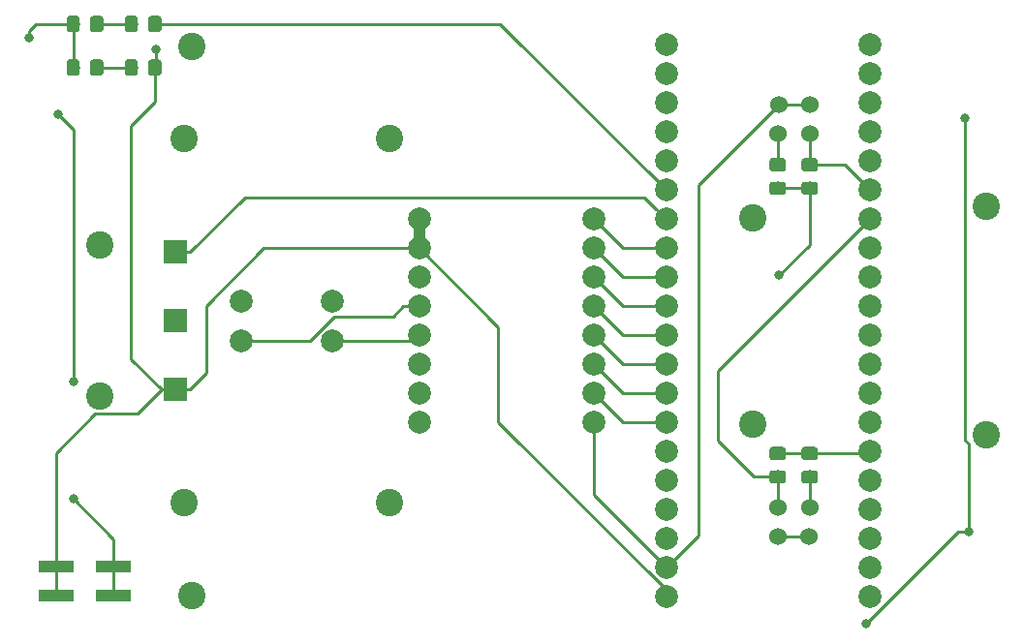
<source format=gbr>
G04 #@! TF.GenerationSoftware,KiCad,Pcbnew,(5.1.2)-2*
G04 #@! TF.CreationDate,2019-10-29T07:50:01+01:00*
G04 #@! TF.ProjectId,Alphabot2.0,416c7068-6162-46f7-9432-2e302e6b6963,1.0*
G04 #@! TF.SameCoordinates,Original*
G04 #@! TF.FileFunction,Copper,L1,Top*
G04 #@! TF.FilePolarity,Positive*
%FSLAX46Y46*%
G04 Gerber Fmt 4.6, Leading zero omitted, Abs format (unit mm)*
G04 Created by KiCad (PCBNEW (5.1.2)-2) date 2019-10-29 07:50:01*
%MOMM*%
%LPD*%
G04 APERTURE LIST*
%ADD10C,2.400000*%
%ADD11C,2.000000*%
%ADD12R,3.150000X1.000000*%
%ADD13C,1.524000*%
%ADD14R,2.000000X2.000000*%
%ADD15C,0.100000*%
%ADD16C,1.150000*%
%ADD17C,0.800000*%
%ADD18C,0.250000*%
%ADD19C,1.000000*%
G04 APERTURE END LIST*
D10*
X157405000Y-108620000D03*
X108405000Y-75620000D03*
X157405000Y-90620000D03*
X108405000Y-123620000D03*
D11*
X167650000Y-75490000D03*
X167650000Y-78030000D03*
X167650000Y-80570000D03*
X167650000Y-83110000D03*
X167650000Y-85650000D03*
X167650000Y-88190000D03*
X167650000Y-90730000D03*
X167650000Y-93270000D03*
X167650000Y-95810000D03*
X167650000Y-98350000D03*
X167650000Y-100890000D03*
X167650000Y-103430000D03*
X167650000Y-105970000D03*
X167650000Y-108510000D03*
X167650000Y-111050000D03*
X167650000Y-113590000D03*
X167650000Y-116130000D03*
X167650000Y-118670000D03*
X167650000Y-121210000D03*
X167650000Y-123750000D03*
X149870000Y-123750000D03*
X149870000Y-121210000D03*
X149870000Y-118670000D03*
X149870000Y-116130000D03*
X149870000Y-113590000D03*
X149870000Y-111050000D03*
X149870000Y-108510000D03*
X149870000Y-105970000D03*
X149870000Y-103430000D03*
X149870000Y-100890000D03*
X149870000Y-98350000D03*
X149870000Y-95810000D03*
X149870000Y-93270000D03*
X149870000Y-90730000D03*
X149870000Y-88190000D03*
X149870000Y-85650000D03*
X149870000Y-83110000D03*
X149870000Y-80570000D03*
X149870000Y-78030000D03*
X149870000Y-75490000D03*
D12*
X101585000Y-123675000D03*
X96535000Y-123675000D03*
X101585000Y-121135000D03*
X96535000Y-121135000D03*
D13*
X159602940Y-115968560D03*
X159602940Y-118508560D03*
X162322940Y-118508560D03*
X162402940Y-115968560D03*
X162400000Y-83270000D03*
X162400000Y-80730000D03*
X159680000Y-80730000D03*
X159600000Y-83270000D03*
D10*
X177810000Y-109620000D03*
X177810000Y-89620000D03*
X100340000Y-106215000D03*
X100340000Y-93025000D03*
D11*
X143510000Y-90730000D03*
X143510000Y-93270000D03*
X143510000Y-95810000D03*
X143510000Y-98350000D03*
X143510000Y-100890000D03*
X143510000Y-103430000D03*
X143510000Y-105970000D03*
X128270000Y-108510000D03*
X128270000Y-105970000D03*
X128270000Y-103430000D03*
X128270000Y-100890000D03*
X128270000Y-98350000D03*
X128270000Y-95810000D03*
X128270000Y-93270000D03*
X143510000Y-108510000D03*
X128270000Y-90730000D03*
D10*
X125710000Y-115550000D03*
X107710000Y-115550000D03*
D11*
X120710000Y-101340000D03*
X112710000Y-101340000D03*
D10*
X107710000Y-83690000D03*
X125710000Y-83690000D03*
D11*
X112710000Y-97900000D03*
X120710000Y-97900000D03*
D14*
X107000000Y-93620000D03*
X107000000Y-105620000D03*
X107000000Y-99620000D03*
D15*
G36*
X105514505Y-72961204D02*
G01*
X105538773Y-72964804D01*
X105562572Y-72970765D01*
X105585671Y-72979030D01*
X105607850Y-72989520D01*
X105628893Y-73002132D01*
X105648599Y-73016747D01*
X105666777Y-73033223D01*
X105683253Y-73051401D01*
X105697868Y-73071107D01*
X105710480Y-73092150D01*
X105720970Y-73114329D01*
X105729235Y-73137428D01*
X105735196Y-73161227D01*
X105738796Y-73185495D01*
X105740000Y-73209999D01*
X105740000Y-74110001D01*
X105738796Y-74134505D01*
X105735196Y-74158773D01*
X105729235Y-74182572D01*
X105720970Y-74205671D01*
X105710480Y-74227850D01*
X105697868Y-74248893D01*
X105683253Y-74268599D01*
X105666777Y-74286777D01*
X105648599Y-74303253D01*
X105628893Y-74317868D01*
X105607850Y-74330480D01*
X105585671Y-74340970D01*
X105562572Y-74349235D01*
X105538773Y-74355196D01*
X105514505Y-74358796D01*
X105490001Y-74360000D01*
X104839999Y-74360000D01*
X104815495Y-74358796D01*
X104791227Y-74355196D01*
X104767428Y-74349235D01*
X104744329Y-74340970D01*
X104722150Y-74330480D01*
X104701107Y-74317868D01*
X104681401Y-74303253D01*
X104663223Y-74286777D01*
X104646747Y-74268599D01*
X104632132Y-74248893D01*
X104619520Y-74227850D01*
X104609030Y-74205671D01*
X104600765Y-74182572D01*
X104594804Y-74158773D01*
X104591204Y-74134505D01*
X104590000Y-74110001D01*
X104590000Y-73209999D01*
X104591204Y-73185495D01*
X104594804Y-73161227D01*
X104600765Y-73137428D01*
X104609030Y-73114329D01*
X104619520Y-73092150D01*
X104632132Y-73071107D01*
X104646747Y-73051401D01*
X104663223Y-73033223D01*
X104681401Y-73016747D01*
X104701107Y-73002132D01*
X104722150Y-72989520D01*
X104744329Y-72979030D01*
X104767428Y-72970765D01*
X104791227Y-72964804D01*
X104815495Y-72961204D01*
X104839999Y-72960000D01*
X105490001Y-72960000D01*
X105514505Y-72961204D01*
X105514505Y-72961204D01*
G37*
D16*
X105165000Y-73660000D03*
D15*
G36*
X103464505Y-72961204D02*
G01*
X103488773Y-72964804D01*
X103512572Y-72970765D01*
X103535671Y-72979030D01*
X103557850Y-72989520D01*
X103578893Y-73002132D01*
X103598599Y-73016747D01*
X103616777Y-73033223D01*
X103633253Y-73051401D01*
X103647868Y-73071107D01*
X103660480Y-73092150D01*
X103670970Y-73114329D01*
X103679235Y-73137428D01*
X103685196Y-73161227D01*
X103688796Y-73185495D01*
X103690000Y-73209999D01*
X103690000Y-74110001D01*
X103688796Y-74134505D01*
X103685196Y-74158773D01*
X103679235Y-74182572D01*
X103670970Y-74205671D01*
X103660480Y-74227850D01*
X103647868Y-74248893D01*
X103633253Y-74268599D01*
X103616777Y-74286777D01*
X103598599Y-74303253D01*
X103578893Y-74317868D01*
X103557850Y-74330480D01*
X103535671Y-74340970D01*
X103512572Y-74349235D01*
X103488773Y-74355196D01*
X103464505Y-74358796D01*
X103440001Y-74360000D01*
X102789999Y-74360000D01*
X102765495Y-74358796D01*
X102741227Y-74355196D01*
X102717428Y-74349235D01*
X102694329Y-74340970D01*
X102672150Y-74330480D01*
X102651107Y-74317868D01*
X102631401Y-74303253D01*
X102613223Y-74286777D01*
X102596747Y-74268599D01*
X102582132Y-74248893D01*
X102569520Y-74227850D01*
X102559030Y-74205671D01*
X102550765Y-74182572D01*
X102544804Y-74158773D01*
X102541204Y-74134505D01*
X102540000Y-74110001D01*
X102540000Y-73209999D01*
X102541204Y-73185495D01*
X102544804Y-73161227D01*
X102550765Y-73137428D01*
X102559030Y-73114329D01*
X102569520Y-73092150D01*
X102582132Y-73071107D01*
X102596747Y-73051401D01*
X102613223Y-73033223D01*
X102631401Y-73016747D01*
X102651107Y-73002132D01*
X102672150Y-72989520D01*
X102694329Y-72979030D01*
X102717428Y-72970765D01*
X102741227Y-72964804D01*
X102765495Y-72961204D01*
X102789999Y-72960000D01*
X103440001Y-72960000D01*
X103464505Y-72961204D01*
X103464505Y-72961204D01*
G37*
D16*
X103115000Y-73660000D03*
D15*
G36*
X103464505Y-76771204D02*
G01*
X103488773Y-76774804D01*
X103512572Y-76780765D01*
X103535671Y-76789030D01*
X103557850Y-76799520D01*
X103578893Y-76812132D01*
X103598599Y-76826747D01*
X103616777Y-76843223D01*
X103633253Y-76861401D01*
X103647868Y-76881107D01*
X103660480Y-76902150D01*
X103670970Y-76924329D01*
X103679235Y-76947428D01*
X103685196Y-76971227D01*
X103688796Y-76995495D01*
X103690000Y-77019999D01*
X103690000Y-77920001D01*
X103688796Y-77944505D01*
X103685196Y-77968773D01*
X103679235Y-77992572D01*
X103670970Y-78015671D01*
X103660480Y-78037850D01*
X103647868Y-78058893D01*
X103633253Y-78078599D01*
X103616777Y-78096777D01*
X103598599Y-78113253D01*
X103578893Y-78127868D01*
X103557850Y-78140480D01*
X103535671Y-78150970D01*
X103512572Y-78159235D01*
X103488773Y-78165196D01*
X103464505Y-78168796D01*
X103440001Y-78170000D01*
X102789999Y-78170000D01*
X102765495Y-78168796D01*
X102741227Y-78165196D01*
X102717428Y-78159235D01*
X102694329Y-78150970D01*
X102672150Y-78140480D01*
X102651107Y-78127868D01*
X102631401Y-78113253D01*
X102613223Y-78096777D01*
X102596747Y-78078599D01*
X102582132Y-78058893D01*
X102569520Y-78037850D01*
X102559030Y-78015671D01*
X102550765Y-77992572D01*
X102544804Y-77968773D01*
X102541204Y-77944505D01*
X102540000Y-77920001D01*
X102540000Y-77019999D01*
X102541204Y-76995495D01*
X102544804Y-76971227D01*
X102550765Y-76947428D01*
X102559030Y-76924329D01*
X102569520Y-76902150D01*
X102582132Y-76881107D01*
X102596747Y-76861401D01*
X102613223Y-76843223D01*
X102631401Y-76826747D01*
X102651107Y-76812132D01*
X102672150Y-76799520D01*
X102694329Y-76789030D01*
X102717428Y-76780765D01*
X102741227Y-76774804D01*
X102765495Y-76771204D01*
X102789999Y-76770000D01*
X103440001Y-76770000D01*
X103464505Y-76771204D01*
X103464505Y-76771204D01*
G37*
D16*
X103115000Y-77470000D03*
D15*
G36*
X105514505Y-76771204D02*
G01*
X105538773Y-76774804D01*
X105562572Y-76780765D01*
X105585671Y-76789030D01*
X105607850Y-76799520D01*
X105628893Y-76812132D01*
X105648599Y-76826747D01*
X105666777Y-76843223D01*
X105683253Y-76861401D01*
X105697868Y-76881107D01*
X105710480Y-76902150D01*
X105720970Y-76924329D01*
X105729235Y-76947428D01*
X105735196Y-76971227D01*
X105738796Y-76995495D01*
X105740000Y-77019999D01*
X105740000Y-77920001D01*
X105738796Y-77944505D01*
X105735196Y-77968773D01*
X105729235Y-77992572D01*
X105720970Y-78015671D01*
X105710480Y-78037850D01*
X105697868Y-78058893D01*
X105683253Y-78078599D01*
X105666777Y-78096777D01*
X105648599Y-78113253D01*
X105628893Y-78127868D01*
X105607850Y-78140480D01*
X105585671Y-78150970D01*
X105562572Y-78159235D01*
X105538773Y-78165196D01*
X105514505Y-78168796D01*
X105490001Y-78170000D01*
X104839999Y-78170000D01*
X104815495Y-78168796D01*
X104791227Y-78165196D01*
X104767428Y-78159235D01*
X104744329Y-78150970D01*
X104722150Y-78140480D01*
X104701107Y-78127868D01*
X104681401Y-78113253D01*
X104663223Y-78096777D01*
X104646747Y-78078599D01*
X104632132Y-78058893D01*
X104619520Y-78037850D01*
X104609030Y-78015671D01*
X104600765Y-77992572D01*
X104594804Y-77968773D01*
X104591204Y-77944505D01*
X104590000Y-77920001D01*
X104590000Y-77019999D01*
X104591204Y-76995495D01*
X104594804Y-76971227D01*
X104600765Y-76947428D01*
X104609030Y-76924329D01*
X104619520Y-76902150D01*
X104632132Y-76881107D01*
X104646747Y-76861401D01*
X104663223Y-76843223D01*
X104681401Y-76826747D01*
X104701107Y-76812132D01*
X104722150Y-76799520D01*
X104744329Y-76789030D01*
X104767428Y-76780765D01*
X104791227Y-76774804D01*
X104815495Y-76771204D01*
X104839999Y-76770000D01*
X105490001Y-76770000D01*
X105514505Y-76771204D01*
X105514505Y-76771204D01*
G37*
D16*
X105165000Y-77470000D03*
D15*
G36*
X98384505Y-72961204D02*
G01*
X98408773Y-72964804D01*
X98432572Y-72970765D01*
X98455671Y-72979030D01*
X98477850Y-72989520D01*
X98498893Y-73002132D01*
X98518599Y-73016747D01*
X98536777Y-73033223D01*
X98553253Y-73051401D01*
X98567868Y-73071107D01*
X98580480Y-73092150D01*
X98590970Y-73114329D01*
X98599235Y-73137428D01*
X98605196Y-73161227D01*
X98608796Y-73185495D01*
X98610000Y-73209999D01*
X98610000Y-74110001D01*
X98608796Y-74134505D01*
X98605196Y-74158773D01*
X98599235Y-74182572D01*
X98590970Y-74205671D01*
X98580480Y-74227850D01*
X98567868Y-74248893D01*
X98553253Y-74268599D01*
X98536777Y-74286777D01*
X98518599Y-74303253D01*
X98498893Y-74317868D01*
X98477850Y-74330480D01*
X98455671Y-74340970D01*
X98432572Y-74349235D01*
X98408773Y-74355196D01*
X98384505Y-74358796D01*
X98360001Y-74360000D01*
X97709999Y-74360000D01*
X97685495Y-74358796D01*
X97661227Y-74355196D01*
X97637428Y-74349235D01*
X97614329Y-74340970D01*
X97592150Y-74330480D01*
X97571107Y-74317868D01*
X97551401Y-74303253D01*
X97533223Y-74286777D01*
X97516747Y-74268599D01*
X97502132Y-74248893D01*
X97489520Y-74227850D01*
X97479030Y-74205671D01*
X97470765Y-74182572D01*
X97464804Y-74158773D01*
X97461204Y-74134505D01*
X97460000Y-74110001D01*
X97460000Y-73209999D01*
X97461204Y-73185495D01*
X97464804Y-73161227D01*
X97470765Y-73137428D01*
X97479030Y-73114329D01*
X97489520Y-73092150D01*
X97502132Y-73071107D01*
X97516747Y-73051401D01*
X97533223Y-73033223D01*
X97551401Y-73016747D01*
X97571107Y-73002132D01*
X97592150Y-72989520D01*
X97614329Y-72979030D01*
X97637428Y-72970765D01*
X97661227Y-72964804D01*
X97685495Y-72961204D01*
X97709999Y-72960000D01*
X98360001Y-72960000D01*
X98384505Y-72961204D01*
X98384505Y-72961204D01*
G37*
D16*
X98035000Y-73660000D03*
D15*
G36*
X100434505Y-72961204D02*
G01*
X100458773Y-72964804D01*
X100482572Y-72970765D01*
X100505671Y-72979030D01*
X100527850Y-72989520D01*
X100548893Y-73002132D01*
X100568599Y-73016747D01*
X100586777Y-73033223D01*
X100603253Y-73051401D01*
X100617868Y-73071107D01*
X100630480Y-73092150D01*
X100640970Y-73114329D01*
X100649235Y-73137428D01*
X100655196Y-73161227D01*
X100658796Y-73185495D01*
X100660000Y-73209999D01*
X100660000Y-74110001D01*
X100658796Y-74134505D01*
X100655196Y-74158773D01*
X100649235Y-74182572D01*
X100640970Y-74205671D01*
X100630480Y-74227850D01*
X100617868Y-74248893D01*
X100603253Y-74268599D01*
X100586777Y-74286777D01*
X100568599Y-74303253D01*
X100548893Y-74317868D01*
X100527850Y-74330480D01*
X100505671Y-74340970D01*
X100482572Y-74349235D01*
X100458773Y-74355196D01*
X100434505Y-74358796D01*
X100410001Y-74360000D01*
X99759999Y-74360000D01*
X99735495Y-74358796D01*
X99711227Y-74355196D01*
X99687428Y-74349235D01*
X99664329Y-74340970D01*
X99642150Y-74330480D01*
X99621107Y-74317868D01*
X99601401Y-74303253D01*
X99583223Y-74286777D01*
X99566747Y-74268599D01*
X99552132Y-74248893D01*
X99539520Y-74227850D01*
X99529030Y-74205671D01*
X99520765Y-74182572D01*
X99514804Y-74158773D01*
X99511204Y-74134505D01*
X99510000Y-74110001D01*
X99510000Y-73209999D01*
X99511204Y-73185495D01*
X99514804Y-73161227D01*
X99520765Y-73137428D01*
X99529030Y-73114329D01*
X99539520Y-73092150D01*
X99552132Y-73071107D01*
X99566747Y-73051401D01*
X99583223Y-73033223D01*
X99601401Y-73016747D01*
X99621107Y-73002132D01*
X99642150Y-72989520D01*
X99664329Y-72979030D01*
X99687428Y-72970765D01*
X99711227Y-72964804D01*
X99735495Y-72961204D01*
X99759999Y-72960000D01*
X100410001Y-72960000D01*
X100434505Y-72961204D01*
X100434505Y-72961204D01*
G37*
D16*
X100085000Y-73660000D03*
D15*
G36*
X100434505Y-76771204D02*
G01*
X100458773Y-76774804D01*
X100482572Y-76780765D01*
X100505671Y-76789030D01*
X100527850Y-76799520D01*
X100548893Y-76812132D01*
X100568599Y-76826747D01*
X100586777Y-76843223D01*
X100603253Y-76861401D01*
X100617868Y-76881107D01*
X100630480Y-76902150D01*
X100640970Y-76924329D01*
X100649235Y-76947428D01*
X100655196Y-76971227D01*
X100658796Y-76995495D01*
X100660000Y-77019999D01*
X100660000Y-77920001D01*
X100658796Y-77944505D01*
X100655196Y-77968773D01*
X100649235Y-77992572D01*
X100640970Y-78015671D01*
X100630480Y-78037850D01*
X100617868Y-78058893D01*
X100603253Y-78078599D01*
X100586777Y-78096777D01*
X100568599Y-78113253D01*
X100548893Y-78127868D01*
X100527850Y-78140480D01*
X100505671Y-78150970D01*
X100482572Y-78159235D01*
X100458773Y-78165196D01*
X100434505Y-78168796D01*
X100410001Y-78170000D01*
X99759999Y-78170000D01*
X99735495Y-78168796D01*
X99711227Y-78165196D01*
X99687428Y-78159235D01*
X99664329Y-78150970D01*
X99642150Y-78140480D01*
X99621107Y-78127868D01*
X99601401Y-78113253D01*
X99583223Y-78096777D01*
X99566747Y-78078599D01*
X99552132Y-78058893D01*
X99539520Y-78037850D01*
X99529030Y-78015671D01*
X99520765Y-77992572D01*
X99514804Y-77968773D01*
X99511204Y-77944505D01*
X99510000Y-77920001D01*
X99510000Y-77019999D01*
X99511204Y-76995495D01*
X99514804Y-76971227D01*
X99520765Y-76947428D01*
X99529030Y-76924329D01*
X99539520Y-76902150D01*
X99552132Y-76881107D01*
X99566747Y-76861401D01*
X99583223Y-76843223D01*
X99601401Y-76826747D01*
X99621107Y-76812132D01*
X99642150Y-76799520D01*
X99664329Y-76789030D01*
X99687428Y-76780765D01*
X99711227Y-76774804D01*
X99735495Y-76771204D01*
X99759999Y-76770000D01*
X100410001Y-76770000D01*
X100434505Y-76771204D01*
X100434505Y-76771204D01*
G37*
D16*
X100085000Y-77470000D03*
D15*
G36*
X98384505Y-76771204D02*
G01*
X98408773Y-76774804D01*
X98432572Y-76780765D01*
X98455671Y-76789030D01*
X98477850Y-76799520D01*
X98498893Y-76812132D01*
X98518599Y-76826747D01*
X98536777Y-76843223D01*
X98553253Y-76861401D01*
X98567868Y-76881107D01*
X98580480Y-76902150D01*
X98590970Y-76924329D01*
X98599235Y-76947428D01*
X98605196Y-76971227D01*
X98608796Y-76995495D01*
X98610000Y-77019999D01*
X98610000Y-77920001D01*
X98608796Y-77944505D01*
X98605196Y-77968773D01*
X98599235Y-77992572D01*
X98590970Y-78015671D01*
X98580480Y-78037850D01*
X98567868Y-78058893D01*
X98553253Y-78078599D01*
X98536777Y-78096777D01*
X98518599Y-78113253D01*
X98498893Y-78127868D01*
X98477850Y-78140480D01*
X98455671Y-78150970D01*
X98432572Y-78159235D01*
X98408773Y-78165196D01*
X98384505Y-78168796D01*
X98360001Y-78170000D01*
X97709999Y-78170000D01*
X97685495Y-78168796D01*
X97661227Y-78165196D01*
X97637428Y-78159235D01*
X97614329Y-78150970D01*
X97592150Y-78140480D01*
X97571107Y-78127868D01*
X97551401Y-78113253D01*
X97533223Y-78096777D01*
X97516747Y-78078599D01*
X97502132Y-78058893D01*
X97489520Y-78037850D01*
X97479030Y-78015671D01*
X97470765Y-77992572D01*
X97464804Y-77968773D01*
X97461204Y-77944505D01*
X97460000Y-77920001D01*
X97460000Y-77019999D01*
X97461204Y-76995495D01*
X97464804Y-76971227D01*
X97470765Y-76947428D01*
X97479030Y-76924329D01*
X97489520Y-76902150D01*
X97502132Y-76881107D01*
X97516747Y-76861401D01*
X97533223Y-76843223D01*
X97551401Y-76826747D01*
X97571107Y-76812132D01*
X97592150Y-76799520D01*
X97614329Y-76789030D01*
X97637428Y-76780765D01*
X97661227Y-76774804D01*
X97685495Y-76771204D01*
X97709999Y-76770000D01*
X98360001Y-76770000D01*
X98384505Y-76771204D01*
X98384505Y-76771204D01*
G37*
D16*
X98035000Y-77470000D03*
D15*
G36*
X160074505Y-87451204D02*
G01*
X160098773Y-87454804D01*
X160122572Y-87460765D01*
X160145671Y-87469030D01*
X160167850Y-87479520D01*
X160188893Y-87492132D01*
X160208599Y-87506747D01*
X160226777Y-87523223D01*
X160243253Y-87541401D01*
X160257868Y-87561107D01*
X160270480Y-87582150D01*
X160280970Y-87604329D01*
X160289235Y-87627428D01*
X160295196Y-87651227D01*
X160298796Y-87675495D01*
X160300000Y-87699999D01*
X160300000Y-88350001D01*
X160298796Y-88374505D01*
X160295196Y-88398773D01*
X160289235Y-88422572D01*
X160280970Y-88445671D01*
X160270480Y-88467850D01*
X160257868Y-88488893D01*
X160243253Y-88508599D01*
X160226777Y-88526777D01*
X160208599Y-88543253D01*
X160188893Y-88557868D01*
X160167850Y-88570480D01*
X160145671Y-88580970D01*
X160122572Y-88589235D01*
X160098773Y-88595196D01*
X160074505Y-88598796D01*
X160050001Y-88600000D01*
X159149999Y-88600000D01*
X159125495Y-88598796D01*
X159101227Y-88595196D01*
X159077428Y-88589235D01*
X159054329Y-88580970D01*
X159032150Y-88570480D01*
X159011107Y-88557868D01*
X158991401Y-88543253D01*
X158973223Y-88526777D01*
X158956747Y-88508599D01*
X158942132Y-88488893D01*
X158929520Y-88467850D01*
X158919030Y-88445671D01*
X158910765Y-88422572D01*
X158904804Y-88398773D01*
X158901204Y-88374505D01*
X158900000Y-88350001D01*
X158900000Y-87699999D01*
X158901204Y-87675495D01*
X158904804Y-87651227D01*
X158910765Y-87627428D01*
X158919030Y-87604329D01*
X158929520Y-87582150D01*
X158942132Y-87561107D01*
X158956747Y-87541401D01*
X158973223Y-87523223D01*
X158991401Y-87506747D01*
X159011107Y-87492132D01*
X159032150Y-87479520D01*
X159054329Y-87469030D01*
X159077428Y-87460765D01*
X159101227Y-87454804D01*
X159125495Y-87451204D01*
X159149999Y-87450000D01*
X160050001Y-87450000D01*
X160074505Y-87451204D01*
X160074505Y-87451204D01*
G37*
D16*
X159600000Y-88025000D03*
D15*
G36*
X160074505Y-85401204D02*
G01*
X160098773Y-85404804D01*
X160122572Y-85410765D01*
X160145671Y-85419030D01*
X160167850Y-85429520D01*
X160188893Y-85442132D01*
X160208599Y-85456747D01*
X160226777Y-85473223D01*
X160243253Y-85491401D01*
X160257868Y-85511107D01*
X160270480Y-85532150D01*
X160280970Y-85554329D01*
X160289235Y-85577428D01*
X160295196Y-85601227D01*
X160298796Y-85625495D01*
X160300000Y-85649999D01*
X160300000Y-86300001D01*
X160298796Y-86324505D01*
X160295196Y-86348773D01*
X160289235Y-86372572D01*
X160280970Y-86395671D01*
X160270480Y-86417850D01*
X160257868Y-86438893D01*
X160243253Y-86458599D01*
X160226777Y-86476777D01*
X160208599Y-86493253D01*
X160188893Y-86507868D01*
X160167850Y-86520480D01*
X160145671Y-86530970D01*
X160122572Y-86539235D01*
X160098773Y-86545196D01*
X160074505Y-86548796D01*
X160050001Y-86550000D01*
X159149999Y-86550000D01*
X159125495Y-86548796D01*
X159101227Y-86545196D01*
X159077428Y-86539235D01*
X159054329Y-86530970D01*
X159032150Y-86520480D01*
X159011107Y-86507868D01*
X158991401Y-86493253D01*
X158973223Y-86476777D01*
X158956747Y-86458599D01*
X158942132Y-86438893D01*
X158929520Y-86417850D01*
X158919030Y-86395671D01*
X158910765Y-86372572D01*
X158904804Y-86348773D01*
X158901204Y-86324505D01*
X158900000Y-86300001D01*
X158900000Y-85649999D01*
X158901204Y-85625495D01*
X158904804Y-85601227D01*
X158910765Y-85577428D01*
X158919030Y-85554329D01*
X158929520Y-85532150D01*
X158942132Y-85511107D01*
X158956747Y-85491401D01*
X158973223Y-85473223D01*
X158991401Y-85456747D01*
X159011107Y-85442132D01*
X159032150Y-85429520D01*
X159054329Y-85419030D01*
X159077428Y-85410765D01*
X159101227Y-85404804D01*
X159125495Y-85401204D01*
X159149999Y-85400000D01*
X160050001Y-85400000D01*
X160074505Y-85401204D01*
X160074505Y-85401204D01*
G37*
D16*
X159600000Y-85975000D03*
D15*
G36*
X162874505Y-85401204D02*
G01*
X162898773Y-85404804D01*
X162922572Y-85410765D01*
X162945671Y-85419030D01*
X162967850Y-85429520D01*
X162988893Y-85442132D01*
X163008599Y-85456747D01*
X163026777Y-85473223D01*
X163043253Y-85491401D01*
X163057868Y-85511107D01*
X163070480Y-85532150D01*
X163080970Y-85554329D01*
X163089235Y-85577428D01*
X163095196Y-85601227D01*
X163098796Y-85625495D01*
X163100000Y-85649999D01*
X163100000Y-86300001D01*
X163098796Y-86324505D01*
X163095196Y-86348773D01*
X163089235Y-86372572D01*
X163080970Y-86395671D01*
X163070480Y-86417850D01*
X163057868Y-86438893D01*
X163043253Y-86458599D01*
X163026777Y-86476777D01*
X163008599Y-86493253D01*
X162988893Y-86507868D01*
X162967850Y-86520480D01*
X162945671Y-86530970D01*
X162922572Y-86539235D01*
X162898773Y-86545196D01*
X162874505Y-86548796D01*
X162850001Y-86550000D01*
X161949999Y-86550000D01*
X161925495Y-86548796D01*
X161901227Y-86545196D01*
X161877428Y-86539235D01*
X161854329Y-86530970D01*
X161832150Y-86520480D01*
X161811107Y-86507868D01*
X161791401Y-86493253D01*
X161773223Y-86476777D01*
X161756747Y-86458599D01*
X161742132Y-86438893D01*
X161729520Y-86417850D01*
X161719030Y-86395671D01*
X161710765Y-86372572D01*
X161704804Y-86348773D01*
X161701204Y-86324505D01*
X161700000Y-86300001D01*
X161700000Y-85649999D01*
X161701204Y-85625495D01*
X161704804Y-85601227D01*
X161710765Y-85577428D01*
X161719030Y-85554329D01*
X161729520Y-85532150D01*
X161742132Y-85511107D01*
X161756747Y-85491401D01*
X161773223Y-85473223D01*
X161791401Y-85456747D01*
X161811107Y-85442132D01*
X161832150Y-85429520D01*
X161854329Y-85419030D01*
X161877428Y-85410765D01*
X161901227Y-85404804D01*
X161925495Y-85401204D01*
X161949999Y-85400000D01*
X162850001Y-85400000D01*
X162874505Y-85401204D01*
X162874505Y-85401204D01*
G37*
D16*
X162400000Y-85975000D03*
D15*
G36*
X162874505Y-87451204D02*
G01*
X162898773Y-87454804D01*
X162922572Y-87460765D01*
X162945671Y-87469030D01*
X162967850Y-87479520D01*
X162988893Y-87492132D01*
X163008599Y-87506747D01*
X163026777Y-87523223D01*
X163043253Y-87541401D01*
X163057868Y-87561107D01*
X163070480Y-87582150D01*
X163080970Y-87604329D01*
X163089235Y-87627428D01*
X163095196Y-87651227D01*
X163098796Y-87675495D01*
X163100000Y-87699999D01*
X163100000Y-88350001D01*
X163098796Y-88374505D01*
X163095196Y-88398773D01*
X163089235Y-88422572D01*
X163080970Y-88445671D01*
X163070480Y-88467850D01*
X163057868Y-88488893D01*
X163043253Y-88508599D01*
X163026777Y-88526777D01*
X163008599Y-88543253D01*
X162988893Y-88557868D01*
X162967850Y-88570480D01*
X162945671Y-88580970D01*
X162922572Y-88589235D01*
X162898773Y-88595196D01*
X162874505Y-88598796D01*
X162850001Y-88600000D01*
X161949999Y-88600000D01*
X161925495Y-88598796D01*
X161901227Y-88595196D01*
X161877428Y-88589235D01*
X161854329Y-88580970D01*
X161832150Y-88570480D01*
X161811107Y-88557868D01*
X161791401Y-88543253D01*
X161773223Y-88526777D01*
X161756747Y-88508599D01*
X161742132Y-88488893D01*
X161729520Y-88467850D01*
X161719030Y-88445671D01*
X161710765Y-88422572D01*
X161704804Y-88398773D01*
X161701204Y-88374505D01*
X161700000Y-88350001D01*
X161700000Y-87699999D01*
X161701204Y-87675495D01*
X161704804Y-87651227D01*
X161710765Y-87627428D01*
X161719030Y-87604329D01*
X161729520Y-87582150D01*
X161742132Y-87561107D01*
X161756747Y-87541401D01*
X161773223Y-87523223D01*
X161791401Y-87506747D01*
X161811107Y-87492132D01*
X161832150Y-87479520D01*
X161854329Y-87469030D01*
X161877428Y-87460765D01*
X161901227Y-87454804D01*
X161925495Y-87451204D01*
X161949999Y-87450000D01*
X162850001Y-87450000D01*
X162874505Y-87451204D01*
X162874505Y-87451204D01*
G37*
D16*
X162400000Y-88025000D03*
D15*
G36*
X162874505Y-110641204D02*
G01*
X162898773Y-110644804D01*
X162922572Y-110650765D01*
X162945671Y-110659030D01*
X162967850Y-110669520D01*
X162988893Y-110682132D01*
X163008599Y-110696747D01*
X163026777Y-110713223D01*
X163043253Y-110731401D01*
X163057868Y-110751107D01*
X163070480Y-110772150D01*
X163080970Y-110794329D01*
X163089235Y-110817428D01*
X163095196Y-110841227D01*
X163098796Y-110865495D01*
X163100000Y-110889999D01*
X163100000Y-111540001D01*
X163098796Y-111564505D01*
X163095196Y-111588773D01*
X163089235Y-111612572D01*
X163080970Y-111635671D01*
X163070480Y-111657850D01*
X163057868Y-111678893D01*
X163043253Y-111698599D01*
X163026777Y-111716777D01*
X163008599Y-111733253D01*
X162988893Y-111747868D01*
X162967850Y-111760480D01*
X162945671Y-111770970D01*
X162922572Y-111779235D01*
X162898773Y-111785196D01*
X162874505Y-111788796D01*
X162850001Y-111790000D01*
X161949999Y-111790000D01*
X161925495Y-111788796D01*
X161901227Y-111785196D01*
X161877428Y-111779235D01*
X161854329Y-111770970D01*
X161832150Y-111760480D01*
X161811107Y-111747868D01*
X161791401Y-111733253D01*
X161773223Y-111716777D01*
X161756747Y-111698599D01*
X161742132Y-111678893D01*
X161729520Y-111657850D01*
X161719030Y-111635671D01*
X161710765Y-111612572D01*
X161704804Y-111588773D01*
X161701204Y-111564505D01*
X161700000Y-111540001D01*
X161700000Y-110889999D01*
X161701204Y-110865495D01*
X161704804Y-110841227D01*
X161710765Y-110817428D01*
X161719030Y-110794329D01*
X161729520Y-110772150D01*
X161742132Y-110751107D01*
X161756747Y-110731401D01*
X161773223Y-110713223D01*
X161791401Y-110696747D01*
X161811107Y-110682132D01*
X161832150Y-110669520D01*
X161854329Y-110659030D01*
X161877428Y-110650765D01*
X161901227Y-110644804D01*
X161925495Y-110641204D01*
X161949999Y-110640000D01*
X162850001Y-110640000D01*
X162874505Y-110641204D01*
X162874505Y-110641204D01*
G37*
D16*
X162400000Y-111215000D03*
D15*
G36*
X162874505Y-112691204D02*
G01*
X162898773Y-112694804D01*
X162922572Y-112700765D01*
X162945671Y-112709030D01*
X162967850Y-112719520D01*
X162988893Y-112732132D01*
X163008599Y-112746747D01*
X163026777Y-112763223D01*
X163043253Y-112781401D01*
X163057868Y-112801107D01*
X163070480Y-112822150D01*
X163080970Y-112844329D01*
X163089235Y-112867428D01*
X163095196Y-112891227D01*
X163098796Y-112915495D01*
X163100000Y-112939999D01*
X163100000Y-113590001D01*
X163098796Y-113614505D01*
X163095196Y-113638773D01*
X163089235Y-113662572D01*
X163080970Y-113685671D01*
X163070480Y-113707850D01*
X163057868Y-113728893D01*
X163043253Y-113748599D01*
X163026777Y-113766777D01*
X163008599Y-113783253D01*
X162988893Y-113797868D01*
X162967850Y-113810480D01*
X162945671Y-113820970D01*
X162922572Y-113829235D01*
X162898773Y-113835196D01*
X162874505Y-113838796D01*
X162850001Y-113840000D01*
X161949999Y-113840000D01*
X161925495Y-113838796D01*
X161901227Y-113835196D01*
X161877428Y-113829235D01*
X161854329Y-113820970D01*
X161832150Y-113810480D01*
X161811107Y-113797868D01*
X161791401Y-113783253D01*
X161773223Y-113766777D01*
X161756747Y-113748599D01*
X161742132Y-113728893D01*
X161729520Y-113707850D01*
X161719030Y-113685671D01*
X161710765Y-113662572D01*
X161704804Y-113638773D01*
X161701204Y-113614505D01*
X161700000Y-113590001D01*
X161700000Y-112939999D01*
X161701204Y-112915495D01*
X161704804Y-112891227D01*
X161710765Y-112867428D01*
X161719030Y-112844329D01*
X161729520Y-112822150D01*
X161742132Y-112801107D01*
X161756747Y-112781401D01*
X161773223Y-112763223D01*
X161791401Y-112746747D01*
X161811107Y-112732132D01*
X161832150Y-112719520D01*
X161854329Y-112709030D01*
X161877428Y-112700765D01*
X161901227Y-112694804D01*
X161925495Y-112691204D01*
X161949999Y-112690000D01*
X162850001Y-112690000D01*
X162874505Y-112691204D01*
X162874505Y-112691204D01*
G37*
D16*
X162400000Y-113265000D03*
D15*
G36*
X160074505Y-112691204D02*
G01*
X160098773Y-112694804D01*
X160122572Y-112700765D01*
X160145671Y-112709030D01*
X160167850Y-112719520D01*
X160188893Y-112732132D01*
X160208599Y-112746747D01*
X160226777Y-112763223D01*
X160243253Y-112781401D01*
X160257868Y-112801107D01*
X160270480Y-112822150D01*
X160280970Y-112844329D01*
X160289235Y-112867428D01*
X160295196Y-112891227D01*
X160298796Y-112915495D01*
X160300000Y-112939999D01*
X160300000Y-113590001D01*
X160298796Y-113614505D01*
X160295196Y-113638773D01*
X160289235Y-113662572D01*
X160280970Y-113685671D01*
X160270480Y-113707850D01*
X160257868Y-113728893D01*
X160243253Y-113748599D01*
X160226777Y-113766777D01*
X160208599Y-113783253D01*
X160188893Y-113797868D01*
X160167850Y-113810480D01*
X160145671Y-113820970D01*
X160122572Y-113829235D01*
X160098773Y-113835196D01*
X160074505Y-113838796D01*
X160050001Y-113840000D01*
X159149999Y-113840000D01*
X159125495Y-113838796D01*
X159101227Y-113835196D01*
X159077428Y-113829235D01*
X159054329Y-113820970D01*
X159032150Y-113810480D01*
X159011107Y-113797868D01*
X158991401Y-113783253D01*
X158973223Y-113766777D01*
X158956747Y-113748599D01*
X158942132Y-113728893D01*
X158929520Y-113707850D01*
X158919030Y-113685671D01*
X158910765Y-113662572D01*
X158904804Y-113638773D01*
X158901204Y-113614505D01*
X158900000Y-113590001D01*
X158900000Y-112939999D01*
X158901204Y-112915495D01*
X158904804Y-112891227D01*
X158910765Y-112867428D01*
X158919030Y-112844329D01*
X158929520Y-112822150D01*
X158942132Y-112801107D01*
X158956747Y-112781401D01*
X158973223Y-112763223D01*
X158991401Y-112746747D01*
X159011107Y-112732132D01*
X159032150Y-112719520D01*
X159054329Y-112709030D01*
X159077428Y-112700765D01*
X159101227Y-112694804D01*
X159125495Y-112691204D01*
X159149999Y-112690000D01*
X160050001Y-112690000D01*
X160074505Y-112691204D01*
X160074505Y-112691204D01*
G37*
D16*
X159600000Y-113265000D03*
D15*
G36*
X160074505Y-110641204D02*
G01*
X160098773Y-110644804D01*
X160122572Y-110650765D01*
X160145671Y-110659030D01*
X160167850Y-110669520D01*
X160188893Y-110682132D01*
X160208599Y-110696747D01*
X160226777Y-110713223D01*
X160243253Y-110731401D01*
X160257868Y-110751107D01*
X160270480Y-110772150D01*
X160280970Y-110794329D01*
X160289235Y-110817428D01*
X160295196Y-110841227D01*
X160298796Y-110865495D01*
X160300000Y-110889999D01*
X160300000Y-111540001D01*
X160298796Y-111564505D01*
X160295196Y-111588773D01*
X160289235Y-111612572D01*
X160280970Y-111635671D01*
X160270480Y-111657850D01*
X160257868Y-111678893D01*
X160243253Y-111698599D01*
X160226777Y-111716777D01*
X160208599Y-111733253D01*
X160188893Y-111747868D01*
X160167850Y-111760480D01*
X160145671Y-111770970D01*
X160122572Y-111779235D01*
X160098773Y-111785196D01*
X160074505Y-111788796D01*
X160050001Y-111790000D01*
X159149999Y-111790000D01*
X159125495Y-111788796D01*
X159101227Y-111785196D01*
X159077428Y-111779235D01*
X159054329Y-111770970D01*
X159032150Y-111760480D01*
X159011107Y-111747868D01*
X158991401Y-111733253D01*
X158973223Y-111716777D01*
X158956747Y-111698599D01*
X158942132Y-111678893D01*
X158929520Y-111657850D01*
X158919030Y-111635671D01*
X158910765Y-111612572D01*
X158904804Y-111588773D01*
X158901204Y-111564505D01*
X158900000Y-111540001D01*
X158900000Y-110889999D01*
X158901204Y-110865495D01*
X158904804Y-110841227D01*
X158910765Y-110817428D01*
X158919030Y-110794329D01*
X158929520Y-110772150D01*
X158942132Y-110751107D01*
X158956747Y-110731401D01*
X158973223Y-110713223D01*
X158991401Y-110696747D01*
X159011107Y-110682132D01*
X159032150Y-110669520D01*
X159054329Y-110659030D01*
X159077428Y-110650765D01*
X159101227Y-110644804D01*
X159125495Y-110641204D01*
X159149999Y-110640000D01*
X160050001Y-110640000D01*
X160074505Y-110641204D01*
X160074505Y-110641204D01*
G37*
D16*
X159600000Y-111215000D03*
D17*
X94173000Y-74855000D03*
X96713000Y-81586000D03*
X98035000Y-104884400D03*
X98035000Y-115175000D03*
X105242200Y-75858600D03*
X176326800Y-118061600D03*
X175971200Y-81892000D03*
X167350000Y-126130000D03*
X159730000Y-95650000D03*
D18*
X98035000Y-73660000D02*
X98035000Y-77470000D01*
X143510000Y-114850000D02*
X149870000Y-121210000D01*
X143510000Y-108510000D02*
X143510000Y-114850000D01*
X97360000Y-73660000D02*
X98035000Y-73660000D01*
X94802315Y-73660000D02*
X97360000Y-73660000D01*
X94173000Y-74289315D02*
X94802315Y-73660000D01*
X94173000Y-74855000D02*
X94173000Y-74289315D01*
X96713000Y-81586000D02*
X98035000Y-82908000D01*
X98035000Y-82908000D02*
X98035000Y-104884400D01*
X101585000Y-123675000D02*
X101585000Y-121135000D01*
X101585000Y-118725000D02*
X98035000Y-115175000D01*
X101585000Y-121135000D02*
X101585000Y-118725000D01*
X161322370Y-80730000D02*
X159680000Y-80730000D01*
X162400000Y-80730000D02*
X161322370Y-80730000D01*
X160680570Y-118508560D02*
X162322940Y-118508560D01*
X159602940Y-118508560D02*
X160680570Y-118508560D01*
X152679400Y-118400600D02*
X149870000Y-121210000D01*
X159680000Y-80730000D02*
X152679400Y-87730600D01*
X152679400Y-87730600D02*
X152679400Y-118400600D01*
X135340000Y-73660000D02*
X149870000Y-88190000D01*
X105165000Y-73660000D02*
X135340000Y-73660000D01*
X103115000Y-73660000D02*
X100085000Y-73660000D01*
X100760000Y-77470000D02*
X103115000Y-77470000D01*
X100085000Y-77470000D02*
X100760000Y-77470000D01*
D19*
X128270000Y-90730000D02*
X128270000Y-93270000D01*
D18*
X105242200Y-77392800D02*
X105165000Y-77470000D01*
X105242200Y-75858600D02*
X105242200Y-77392800D01*
X149870000Y-123171002D02*
X135194000Y-108495002D01*
X149870000Y-123750000D02*
X149870000Y-123171002D01*
X135194000Y-100194000D02*
X128270000Y-93270000D01*
X135194000Y-108495002D02*
X135194000Y-100194000D01*
X108250000Y-105620000D02*
X109667000Y-104203000D01*
X107000000Y-105620000D02*
X108250000Y-105620000D01*
X109667000Y-104203000D02*
X109667000Y-98286500D01*
X114683500Y-93270000D02*
X128270000Y-93270000D01*
X109667000Y-98286500D02*
X114683500Y-93270000D01*
X96535000Y-123675000D02*
X96535000Y-121135000D01*
X105750000Y-105620000D02*
X107000000Y-105620000D01*
X103629999Y-107740001D02*
X105750000Y-105620000D01*
X99951997Y-107740001D02*
X103629999Y-107740001D01*
X96535000Y-111156998D02*
X99951997Y-107740001D01*
X96535000Y-121135000D02*
X96535000Y-111156998D01*
X175971200Y-110038202D02*
X175971200Y-81892000D01*
X176326800Y-118061600D02*
X176326800Y-110393802D01*
X176326800Y-110393802D02*
X175971200Y-110038202D01*
X105750000Y-105620000D02*
X103073200Y-102943200D01*
X103073200Y-102943200D02*
X103073200Y-82552400D01*
X105165000Y-80460600D02*
X105165000Y-77470000D01*
X103073200Y-82552400D02*
X105165000Y-80460600D01*
X175418400Y-118061600D02*
X176326800Y-118061600D01*
X167350000Y-126130000D02*
X175418400Y-118061600D01*
X148870001Y-89730001D02*
X149870000Y-90730000D01*
X147966001Y-88826001D02*
X148870001Y-89730001D01*
X113043999Y-88826001D02*
X147966001Y-88826001D01*
X108250000Y-93620000D02*
X113043999Y-88826001D01*
X107000000Y-93620000D02*
X108250000Y-93620000D01*
X127820000Y-101340000D02*
X128270000Y-100890000D01*
X120710000Y-101340000D02*
X127820000Y-101340000D01*
X126855787Y-98350000D02*
X128270000Y-98350000D01*
X125980786Y-99225001D02*
X126855787Y-98350000D01*
X120863997Y-99225001D02*
X125980786Y-99225001D01*
X118748998Y-101340000D02*
X120863997Y-99225001D01*
X112710000Y-101340000D02*
X118748998Y-101340000D01*
X146050000Y-93270000D02*
X149870000Y-93270000D01*
X143510000Y-90730000D02*
X146050000Y-93270000D01*
X146050000Y-95810000D02*
X149870000Y-95810000D01*
X143510000Y-93270000D02*
X146050000Y-95810000D01*
X146050000Y-98350000D02*
X149870000Y-98350000D01*
X143510000Y-95810000D02*
X146050000Y-98350000D01*
X146050000Y-100890000D02*
X149870000Y-100890000D01*
X143510000Y-98350000D02*
X146050000Y-100890000D01*
X146050000Y-103430000D02*
X149870000Y-103430000D01*
X143510000Y-100890000D02*
X146050000Y-103430000D01*
X146050000Y-105970000D02*
X149870000Y-105970000D01*
X143510000Y-103430000D02*
X146050000Y-105970000D01*
X146050000Y-108510000D02*
X149870000Y-108510000D01*
X143510000Y-105970000D02*
X146050000Y-108510000D01*
X159600000Y-85300000D02*
X159600000Y-83270000D01*
X159600000Y-85975000D02*
X159600000Y-85300000D01*
X162400000Y-83270000D02*
X162400000Y-85975000D01*
X165435000Y-85975000D02*
X167650000Y-88190000D01*
X162400000Y-85975000D02*
X165435000Y-85975000D01*
X159600000Y-115965620D02*
X159602940Y-115968560D01*
X159600000Y-113265000D02*
X159600000Y-115965620D01*
X159600000Y-113265000D02*
X157509400Y-113265000D01*
X157509400Y-113265000D02*
X154355800Y-110111400D01*
X154355800Y-104024200D02*
X167650000Y-90730000D01*
X154355800Y-110111400D02*
X154355800Y-104024200D01*
X162402940Y-113267940D02*
X162400000Y-113265000D01*
X162402940Y-115968560D02*
X162402940Y-113267940D01*
X161600000Y-88025000D02*
X159600000Y-88025000D01*
X162400000Y-88025000D02*
X161600000Y-88025000D01*
X162400000Y-88025000D02*
X162400000Y-92980000D01*
X162400000Y-92980000D02*
X159730000Y-95650000D01*
X159600000Y-111215000D02*
X162400000Y-111215000D01*
X167485000Y-111215000D02*
X167650000Y-111050000D01*
X162400000Y-111215000D02*
X167485000Y-111215000D01*
M02*

</source>
